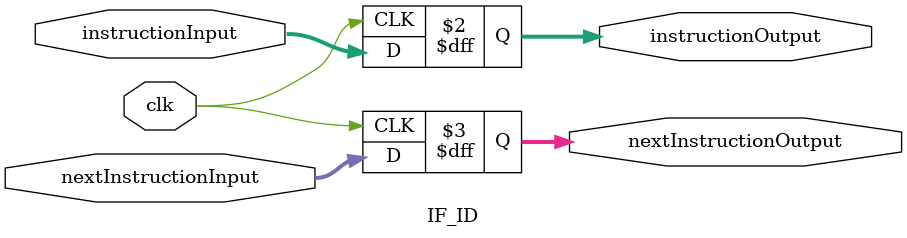
<source format=v>
`timescale 1ns / 1ps


module IF_ID(
input clk,
input [31:0] instructionInput,
input [31:0] nextInstructionInput,
output reg [31:0] instructionOutput,
output reg [31:0] nextInstructionOutput
);
always @(posedge clk) begin
instructionOutput = instructionInput;
nextInstructionOutput = nextInstructionInput;
end
endmodule
</source>
